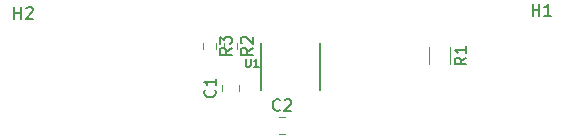
<source format=gbr>
%TF.GenerationSoftware,KiCad,Pcbnew,(5.1.9-0-10_14)*%
%TF.CreationDate,2021-07-31T12:38:44+08:00*%
%TF.ProjectId,Encoder,456e636f-6465-4722-9e6b-696361645f70,rev?*%
%TF.SameCoordinates,Original*%
%TF.FileFunction,Legend,Top*%
%TF.FilePolarity,Positive*%
%FSLAX46Y46*%
G04 Gerber Fmt 4.6, Leading zero omitted, Abs format (unit mm)*
G04 Created by KiCad (PCBNEW (5.1.9-0-10_14)) date 2021-07-31 12:38:44*
%MOMM*%
%LPD*%
G01*
G04 APERTURE LIST*
%ADD10C,0.120000*%
%ADD11C,0.127000*%
%ADD12C,0.150000*%
G04 APERTURE END LIST*
D10*
%TO.C,R3*%
X134380500Y-107013742D02*
X134380500Y-107488258D01*
X133335500Y-107013742D02*
X133335500Y-107488258D01*
%TO.C,R2*%
X136158500Y-107014742D02*
X136158500Y-107489258D01*
X135113500Y-107014742D02*
X135113500Y-107489258D01*
%TO.C,C2*%
X139756248Y-114717500D02*
X140278752Y-114717500D01*
X139756248Y-113247500D02*
X140278752Y-113247500D01*
D11*
%TO.C,U1*%
X143216000Y-107029500D02*
X143216000Y-111029500D01*
X138216000Y-111029500D02*
X138216000Y-107029500D01*
D10*
%TO.C,R1*%
X154262500Y-107351936D02*
X154262500Y-108806064D01*
X152442500Y-107351936D02*
X152442500Y-108806064D01*
%TO.C,C1*%
X134901000Y-111071252D02*
X134901000Y-110548748D01*
X136371000Y-111071252D02*
X136371000Y-110548748D01*
%TO.C,R3*%
D12*
X135740380Y-107417666D02*
X135264190Y-107751000D01*
X135740380Y-107989095D02*
X134740380Y-107989095D01*
X134740380Y-107608142D01*
X134788000Y-107512904D01*
X134835619Y-107465285D01*
X134930857Y-107417666D01*
X135073714Y-107417666D01*
X135168952Y-107465285D01*
X135216571Y-107512904D01*
X135264190Y-107608142D01*
X135264190Y-107989095D01*
X134740380Y-107084333D02*
X134740380Y-106465285D01*
X135121333Y-106798619D01*
X135121333Y-106655761D01*
X135168952Y-106560523D01*
X135216571Y-106512904D01*
X135311809Y-106465285D01*
X135549904Y-106465285D01*
X135645142Y-106512904D01*
X135692761Y-106560523D01*
X135740380Y-106655761D01*
X135740380Y-106941476D01*
X135692761Y-107036714D01*
X135645142Y-107084333D01*
%TO.C,R2*%
X137518380Y-107418666D02*
X137042190Y-107752000D01*
X137518380Y-107990095D02*
X136518380Y-107990095D01*
X136518380Y-107609142D01*
X136566000Y-107513904D01*
X136613619Y-107466285D01*
X136708857Y-107418666D01*
X136851714Y-107418666D01*
X136946952Y-107466285D01*
X136994571Y-107513904D01*
X137042190Y-107609142D01*
X137042190Y-107990095D01*
X136613619Y-107037714D02*
X136566000Y-106990095D01*
X136518380Y-106894857D01*
X136518380Y-106656761D01*
X136566000Y-106561523D01*
X136613619Y-106513904D01*
X136708857Y-106466285D01*
X136804095Y-106466285D01*
X136946952Y-106513904D01*
X137518380Y-107085333D01*
X137518380Y-106466285D01*
%TO.C,C2*%
X139850833Y-112659642D02*
X139803214Y-112707261D01*
X139660357Y-112754880D01*
X139565119Y-112754880D01*
X139422261Y-112707261D01*
X139327023Y-112612023D01*
X139279404Y-112516785D01*
X139231785Y-112326309D01*
X139231785Y-112183452D01*
X139279404Y-111992976D01*
X139327023Y-111897738D01*
X139422261Y-111802500D01*
X139565119Y-111754880D01*
X139660357Y-111754880D01*
X139803214Y-111802500D01*
X139850833Y-111850119D01*
X140231785Y-111850119D02*
X140279404Y-111802500D01*
X140374642Y-111754880D01*
X140612738Y-111754880D01*
X140707976Y-111802500D01*
X140755595Y-111850119D01*
X140803214Y-111945357D01*
X140803214Y-112040595D01*
X140755595Y-112183452D01*
X140184166Y-112754880D01*
X140803214Y-112754880D01*
%TO.C,H2*%
X117348095Y-104964380D02*
X117348095Y-103964380D01*
X117348095Y-104440571D02*
X117919523Y-104440571D01*
X117919523Y-104964380D02*
X117919523Y-103964380D01*
X118348095Y-104059619D02*
X118395714Y-104012000D01*
X118490952Y-103964380D01*
X118729047Y-103964380D01*
X118824285Y-104012000D01*
X118871904Y-104059619D01*
X118919523Y-104154857D01*
X118919523Y-104250095D01*
X118871904Y-104392952D01*
X118300476Y-104964380D01*
X118919523Y-104964380D01*
%TO.C,H1*%
X161226595Y-104710380D02*
X161226595Y-103710380D01*
X161226595Y-104186571D02*
X161798023Y-104186571D01*
X161798023Y-104710380D02*
X161798023Y-103710380D01*
X162798023Y-104710380D02*
X162226595Y-104710380D01*
X162512309Y-104710380D02*
X162512309Y-103710380D01*
X162417071Y-103853238D01*
X162321833Y-103948476D01*
X162226595Y-103996095D01*
%TO.C,U1*%
X136944166Y-108328666D02*
X136944166Y-108895333D01*
X136977500Y-108962000D01*
X137010833Y-108995333D01*
X137077500Y-109028666D01*
X137210833Y-109028666D01*
X137277500Y-108995333D01*
X137310833Y-108962000D01*
X137344166Y-108895333D01*
X137344166Y-108328666D01*
X138044166Y-109028666D02*
X137644166Y-109028666D01*
X137844166Y-109028666D02*
X137844166Y-108328666D01*
X137777500Y-108428666D01*
X137710833Y-108495333D01*
X137644166Y-108528666D01*
%TO.C,R1*%
X155624880Y-108245666D02*
X155148690Y-108579000D01*
X155624880Y-108817095D02*
X154624880Y-108817095D01*
X154624880Y-108436142D01*
X154672500Y-108340904D01*
X154720119Y-108293285D01*
X154815357Y-108245666D01*
X154958214Y-108245666D01*
X155053452Y-108293285D01*
X155101071Y-108340904D01*
X155148690Y-108436142D01*
X155148690Y-108817095D01*
X155624880Y-107293285D02*
X155624880Y-107864714D01*
X155624880Y-107579000D02*
X154624880Y-107579000D01*
X154767738Y-107674238D01*
X154862976Y-107769476D01*
X154910595Y-107864714D01*
%TO.C,C1*%
X134313142Y-110976666D02*
X134360761Y-111024285D01*
X134408380Y-111167142D01*
X134408380Y-111262380D01*
X134360761Y-111405238D01*
X134265523Y-111500476D01*
X134170285Y-111548095D01*
X133979809Y-111595714D01*
X133836952Y-111595714D01*
X133646476Y-111548095D01*
X133551238Y-111500476D01*
X133456000Y-111405238D01*
X133408380Y-111262380D01*
X133408380Y-111167142D01*
X133456000Y-111024285D01*
X133503619Y-110976666D01*
X134408380Y-110024285D02*
X134408380Y-110595714D01*
X134408380Y-110310000D02*
X133408380Y-110310000D01*
X133551238Y-110405238D01*
X133646476Y-110500476D01*
X133694095Y-110595714D01*
%TD*%
M02*

</source>
